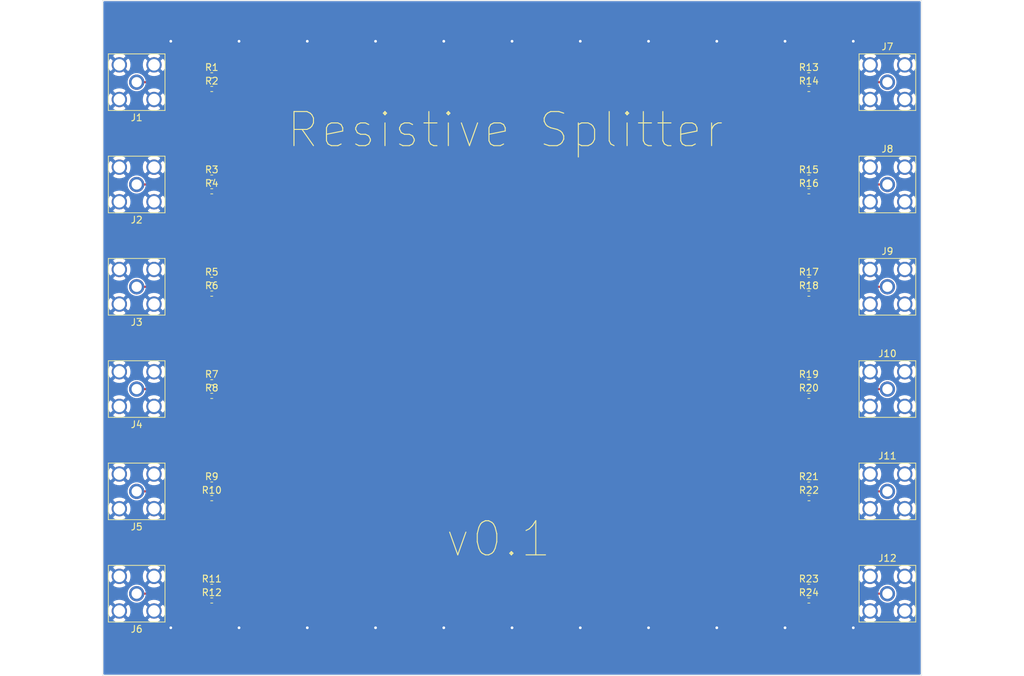
<source format=kicad_pcb>
(kicad_pcb (version 20171130) (host pcbnew 5.1.10)
  (layers (0 F.Cu signal) (1 In1.Cu signal) (2 In2.Cu signal) (31 B.Cu signal) (34 B.Paste user) (35 F.Paste user) (36 B.SilkS user) (37 F.SilkS user) (38 B.Mask user) (39 F.Mask user) (44 Edge.Cuts user))
  (net 0 "")
  (net 1 "Net-(J1-Pad1)")
  (net 2 GND)
  (net 3 "Net-(J2-Pad1)")
  (net 4 "Net-(J3-Pad1)")
  (net 5 "Net-(J4-Pad1)")
  (net 6 "Net-(J5-Pad1)")
  (net 7 "Net-(J6-Pad1)")
  (net 8 "Net-(J7-Pad1)")
  (net 9 "Net-(J8-Pad1)")
  (net 10 "Net-(J9-Pad1)")
  (net 11 "Net-(J10-Pad1)")
  (net 12 "Net-(J11-Pad1)")
  (net 13 "Net-(J12-Pad1)")
  (net 14 "Net-(R1-Pad2)")
  (module Resistor_SMD:R_0402_1005Metric (layer F.Cu) (at 163.49 139)
    (fp_text reference R24 (at 0 -1.17) (layer F.SilkS))
    (fp_text value 82)
    (fp_line (start -0.153641 -0.38) (end 0.153641 -0.38) (layer F.SilkS) (width 0.12))
    (fp_line (start -0.153641 0.38) (end 0.153641 0.38) (layer F.SilkS) (width 0.12))
    (pad 2 smd roundrect (at 0.51 0) (size 0.54 0.64) (layers F.Cu F.Paste F.Mask) (net 13 "Net-(J12-Pad1)"))
    (pad 1 smd roundrect (at -0.51 0) (size 0.54 0.64) (layers F.Cu F.Paste F.Mask) (net 14 "Net-(R1-Pad2)"))
  )
  (module Resistor_SMD:R_0402_1005Metric (layer F.Cu) (at 163.49 137)
    (fp_text reference R23 (at 0 -1.17) (layer F.SilkS))
    (fp_text value 82)
    (fp_line (start -0.153641 -0.38) (end 0.153641 -0.38) (layer F.SilkS) (width 0.12))
    (fp_line (start -0.153641 0.38) (end 0.153641 0.38) (layer F.SilkS) (width 0.12))
    (pad 2 smd roundrect (at 0.51 0) (size 0.54 0.64) (layers F.Cu F.Paste F.Mask) (net 13 "Net-(J12-Pad1)"))
    (pad 1 smd roundrect (at -0.51 0) (size 0.54 0.64) (layers F.Cu F.Paste F.Mask) (net 14 "Net-(R1-Pad2)"))
  )
  (module Resistor_SMD:R_0402_1005Metric (layer F.Cu) (at 163.51 124)
    (fp_text reference R22 (at 0 -1.17) (layer F.SilkS))
    (fp_text value 82)
    (fp_line (start -0.153641 -0.38) (end 0.153641 -0.38) (layer F.SilkS) (width 0.12))
    (fp_line (start -0.153641 0.38) (end 0.153641 0.38) (layer F.SilkS) (width 0.12))
    (pad 2 smd roundrect (at 0.51 0) (size 0.54 0.64) (layers F.Cu F.Paste F.Mask) (net 12 "Net-(J11-Pad1)"))
    (pad 1 smd roundrect (at -0.51 0) (size 0.54 0.64) (layers F.Cu F.Paste F.Mask) (net 14 "Net-(R1-Pad2)"))
  )
  (module Resistor_SMD:R_0402_1005Metric (layer F.Cu) (at 163.49 122)
    (fp_text reference R21 (at 0 -1.17) (layer F.SilkS))
    (fp_text value 82)
    (fp_line (start -0.153641 -0.38) (end 0.153641 -0.38) (layer F.SilkS) (width 0.12))
    (fp_line (start -0.153641 0.38) (end 0.153641 0.38) (layer F.SilkS) (width 0.12))
    (pad 2 smd roundrect (at 0.51 0) (size 0.54 0.64) (layers F.Cu F.Paste F.Mask) (net 12 "Net-(J11-Pad1)"))
    (pad 1 smd roundrect (at -0.51 0) (size 0.54 0.64) (layers F.Cu F.Paste F.Mask) (net 14 "Net-(R1-Pad2)"))
  )
  (module Resistor_SMD:R_0402_1005Metric (layer F.Cu) (at 163.49 109)
    (fp_text reference R20 (at 0 -1.17) (layer F.SilkS))
    (fp_text value 82)
    (fp_line (start -0.153641 -0.38) (end 0.153641 -0.38) (layer F.SilkS) (width 0.12))
    (fp_line (start -0.153641 0.38) (end 0.153641 0.38) (layer F.SilkS) (width 0.12))
    (pad 2 smd roundrect (at 0.51 0) (size 0.54 0.64) (layers F.Cu F.Paste F.Mask) (net 11 "Net-(J10-Pad1)"))
    (pad 1 smd roundrect (at -0.51 0) (size 0.54 0.64) (layers F.Cu F.Paste F.Mask) (net 14 "Net-(R1-Pad2)"))
  )
  (module Resistor_SMD:R_0402_1005Metric (layer F.Cu) (at 163.49 107)
    (fp_text reference R19 (at 0 -1.17) (layer F.SilkS))
    (fp_text value 82)
    (fp_line (start -0.153641 -0.38) (end 0.153641 -0.38) (layer F.SilkS) (width 0.12))
    (fp_line (start -0.153641 0.38) (end 0.153641 0.38) (layer F.SilkS) (width 0.12))
    (pad 2 smd roundrect (at 0.51 0) (size 0.54 0.64) (layers F.Cu F.Paste F.Mask) (net 11 "Net-(J10-Pad1)"))
    (pad 1 smd roundrect (at -0.51 0) (size 0.54 0.64) (layers F.Cu F.Paste F.Mask) (net 14 "Net-(R1-Pad2)"))
  )
  (module Resistor_SMD:R_0402_1005Metric (layer F.Cu) (at 163.49 94)
    (fp_text reference R18 (at 0 -1.17) (layer F.SilkS))
    (fp_text value 82)
    (fp_line (start -0.153641 -0.38) (end 0.153641 -0.38) (layer F.SilkS) (width 0.12))
    (fp_line (start -0.153641 0.38) (end 0.153641 0.38) (layer F.SilkS) (width 0.12))
    (pad 2 smd roundrect (at 0.51 0) (size 0.54 0.64) (layers F.Cu F.Paste F.Mask) (net 10 "Net-(J9-Pad1)"))
    (pad 1 smd roundrect (at -0.51 0) (size 0.54 0.64) (layers F.Cu F.Paste F.Mask) (net 14 "Net-(R1-Pad2)"))
  )
  (module Resistor_SMD:R_0402_1005Metric (layer F.Cu) (at 163.49 92)
    (fp_text reference R17 (at 0 -1.17) (layer F.SilkS))
    (fp_text value 82)
    (fp_line (start -0.153641 -0.38) (end 0.153641 -0.38) (layer F.SilkS) (width 0.12))
    (fp_line (start -0.153641 0.38) (end 0.153641 0.38) (layer F.SilkS) (width 0.12))
    (pad 2 smd roundrect (at 0.51 0) (size 0.54 0.64) (layers F.Cu F.Paste F.Mask) (net 10 "Net-(J9-Pad1)"))
    (pad 1 smd roundrect (at -0.51 0) (size 0.54 0.64) (layers F.Cu F.Paste F.Mask) (net 14 "Net-(R1-Pad2)"))
  )
  (module Resistor_SMD:R_0402_1005Metric (layer F.Cu) (at 163.49 79)
    (fp_text reference R16 (at 0 -1.17) (layer F.SilkS))
    (fp_text value 82)
    (fp_line (start -0.153641 -0.38) (end 0.153641 -0.38) (layer F.SilkS) (width 0.12))
    (fp_line (start -0.153641 0.38) (end 0.153641 0.38) (layer F.SilkS) (width 0.12))
    (pad 2 smd roundrect (at 0.51 0) (size 0.54 0.64) (layers F.Cu F.Paste F.Mask) (net 9 "Net-(J8-Pad1)"))
    (pad 1 smd roundrect (at -0.51 0) (size 0.54 0.64) (layers F.Cu F.Paste F.Mask) (net 14 "Net-(R1-Pad2)"))
  )
  (module Resistor_SMD:R_0402_1005Metric (layer F.Cu) (at 163.49 77)
    (fp_text reference R15 (at 0 -1.17) (layer F.SilkS))
    (fp_text value 82)
    (fp_line (start -0.153641 -0.38) (end 0.153641 -0.38) (layer F.SilkS) (width 0.12))
    (fp_line (start -0.153641 0.38) (end 0.153641 0.38) (layer F.SilkS) (width 0.12))
    (pad 2 smd roundrect (at 0.51 0) (size 0.54 0.64) (layers F.Cu F.Paste F.Mask) (net 9 "Net-(J8-Pad1)"))
    (pad 1 smd roundrect (at -0.51 0) (size 0.54 0.64) (layers F.Cu F.Paste F.Mask) (net 14 "Net-(R1-Pad2)"))
  )
  (module Resistor_SMD:R_0402_1005Metric (layer F.Cu) (at 163.49 64)
    (fp_text reference R14 (at 0 -1.17) (layer F.SilkS))
    (fp_text value 82)
    (fp_line (start -0.153641 -0.38) (end 0.153641 -0.38) (layer F.SilkS) (width 0.12))
    (fp_line (start -0.153641 0.38) (end 0.153641 0.38) (layer F.SilkS) (width 0.12))
    (pad 2 smd roundrect (at 0.51 0) (size 0.54 0.64) (layers F.Cu F.Paste F.Mask) (net 8 "Net-(J7-Pad1)"))
    (pad 1 smd roundrect (at -0.51 0) (size 0.54 0.64) (layers F.Cu F.Paste F.Mask) (net 14 "Net-(R1-Pad2)"))
  )
  (module Resistor_SMD:R_0402_1005Metric (layer F.Cu) (at 163.49 62)
    (fp_text reference R13 (at 0 -1.17) (layer F.SilkS))
    (fp_text value 82)
    (fp_line (start -0.153641 -0.38) (end 0.153641 -0.38) (layer F.SilkS) (width 0.12))
    (fp_line (start -0.153641 0.38) (end 0.153641 0.38) (layer F.SilkS) (width 0.12))
    (pad 2 smd roundrect (at 0.51 0) (size 0.54 0.64) (layers F.Cu F.Paste F.Mask) (net 8 "Net-(J7-Pad1)"))
    (pad 1 smd roundrect (at -0.51 0) (size 0.54 0.64) (layers F.Cu F.Paste F.Mask) (net 14 "Net-(R1-Pad2)"))
  )
  (module Resistor_SMD:R_0402_1005Metric (layer F.Cu) (at 76 139)
    (fp_text reference R12 (at 0 -1.17) (layer F.SilkS))
    (fp_text value 82)
    (fp_line (start -0.153641 -0.38) (end 0.153641 -0.38) (layer F.SilkS) (width 0.12))
    (fp_line (start -0.153641 0.38) (end 0.153641 0.38) (layer F.SilkS) (width 0.12))
    (pad 2 smd roundrect (at 0.51 0) (size 0.54 0.64) (layers F.Cu F.Paste F.Mask) (net 14 "Net-(R1-Pad2)"))
    (pad 1 smd roundrect (at -0.51 0) (size 0.54 0.64) (layers F.Cu F.Paste F.Mask) (net 7 "Net-(J6-Pad1)"))
  )
  (module Resistor_SMD:R_0402_1005Metric (layer F.Cu) (at 76 137)
    (fp_text reference R11 (at 0 -1.17) (layer F.SilkS))
    (fp_text value 82)
    (fp_line (start -0.153641 -0.38) (end 0.153641 -0.38) (layer F.SilkS) (width 0.12))
    (fp_line (start -0.153641 0.38) (end 0.153641 0.38) (layer F.SilkS) (width 0.12))
    (pad 2 smd roundrect (at 0.51 0) (size 0.54 0.64) (layers F.Cu F.Paste F.Mask) (net 14 "Net-(R1-Pad2)"))
    (pad 1 smd roundrect (at -0.51 0) (size 0.54 0.64) (layers F.Cu F.Paste F.Mask) (net 7 "Net-(J6-Pad1)"))
  )
  (module Resistor_SMD:R_0402_1005Metric (layer F.Cu) (at 76 124)
    (fp_text reference R10 (at 0 -1.17) (layer F.SilkS))
    (fp_text value 82)
    (fp_line (start -0.153641 -0.38) (end 0.153641 -0.38) (layer F.SilkS) (width 0.12))
    (fp_line (start -0.153641 0.38) (end 0.153641 0.38) (layer F.SilkS) (width 0.12))
    (pad 2 smd roundrect (at 0.51 0) (size 0.54 0.64) (layers F.Cu F.Paste F.Mask) (net 14 "Net-(R1-Pad2)"))
    (pad 1 smd roundrect (at -0.51 0) (size 0.54 0.64) (layers F.Cu F.Paste F.Mask) (net 6 "Net-(J5-Pad1)"))
  )
  (module Resistor_SMD:R_0402_1005Metric (layer F.Cu) (at 76 122)
    (fp_text reference R9 (at 0 -1.17) (layer F.SilkS))
    (fp_text value 82)
    (fp_line (start -0.153641 -0.38) (end 0.153641 -0.38) (layer F.SilkS) (width 0.12))
    (fp_line (start -0.153641 0.38) (end 0.153641 0.38) (layer F.SilkS) (width 0.12))
    (pad 2 smd roundrect (at 0.51 0) (size 0.54 0.64) (layers F.Cu F.Paste F.Mask) (net 14 "Net-(R1-Pad2)"))
    (pad 1 smd roundrect (at -0.51 0) (size 0.54 0.64) (layers F.Cu F.Paste F.Mask) (net 6 "Net-(J5-Pad1)"))
  )
  (module Resistor_SMD:R_0402_1005Metric (layer F.Cu) (at 76 109)
    (fp_text reference R8 (at 0 -1.17) (layer F.SilkS))
    (fp_text value 82)
    (fp_line (start -0.153641 -0.38) (end 0.153641 -0.38) (layer F.SilkS) (width 0.12))
    (fp_line (start -0.153641 0.38) (end 0.153641 0.38) (layer F.SilkS) (width 0.12))
    (pad 2 smd roundrect (at 0.51 0) (size 0.54 0.64) (layers F.Cu F.Paste F.Mask) (net 14 "Net-(R1-Pad2)"))
    (pad 1 smd roundrect (at -0.51 0) (size 0.54 0.64) (layers F.Cu F.Paste F.Mask) (net 5 "Net-(J4-Pad1)"))
  )
  (module Resistor_SMD:R_0402_1005Metric (layer F.Cu) (at 76 107)
    (fp_text reference R7 (at 0 -1.17) (layer F.SilkS))
    (fp_text value 82)
    (fp_line (start -0.153641 -0.38) (end 0.153641 -0.38) (layer F.SilkS) (width 0.12))
    (fp_line (start -0.153641 0.38) (end 0.153641 0.38) (layer F.SilkS) (width 0.12))
    (pad 2 smd roundrect (at 0.51 0) (size 0.54 0.64) (layers F.Cu F.Paste F.Mask) (net 14 "Net-(R1-Pad2)"))
    (pad 1 smd roundrect (at -0.51 0) (size 0.54 0.64) (layers F.Cu F.Paste F.Mask) (net 5 "Net-(J4-Pad1)"))
  )
  (module Resistor_SMD:R_0402_1005Metric (layer F.Cu) (at 76 94)
    (fp_text reference R6 (at 0 -1.17) (layer F.SilkS))
    (fp_text value 82)
    (fp_line (start -0.153641 -0.38) (end 0.153641 -0.38) (layer F.SilkS) (width 0.12))
    (fp_line (start -0.153641 0.38) (end 0.153641 0.38) (layer F.SilkS) (width 0.12))
    (pad 2 smd roundrect (at 0.51 0) (size 0.54 0.64) (layers F.Cu F.Paste F.Mask) (net 14 "Net-(R1-Pad2)"))
    (pad 1 smd roundrect (at -0.51 0) (size 0.54 0.64) (layers F.Cu F.Paste F.Mask) (net 4 "Net-(J3-Pad1)"))
  )
  (module Resistor_SMD:R_0402_1005Metric (layer F.Cu) (at 76 92)
    (fp_text reference R5 (at 0 -1.17) (layer F.SilkS))
    (fp_text value 82)
    (fp_line (start -0.153641 -0.38) (end 0.153641 -0.38) (layer F.SilkS) (width 0.12))
    (fp_line (start -0.153641 0.38) (end 0.153641 0.38) (layer F.SilkS) (width 0.12))
    (pad 2 smd roundrect (at 0.51 0) (size 0.54 0.64) (layers F.Cu F.Paste F.Mask) (net 14 "Net-(R1-Pad2)"))
    (pad 1 smd roundrect (at -0.51 0) (size 0.54 0.64) (layers F.Cu F.Paste F.Mask) (net 4 "Net-(J3-Pad1)"))
  )
  (module Resistor_SMD:R_0402_1005Metric (layer F.Cu) (at 76 79)
    (fp_text reference R4 (at 0 -1.17) (layer F.SilkS))
    (fp_text value 82)
    (fp_line (start -0.153641 -0.38) (end 0.153641 -0.38) (layer F.SilkS) (width 0.12))
    (fp_line (start -0.153641 0.38) (end 0.153641 0.38) (layer F.SilkS) (width 0.12))
    (pad 2 smd roundrect (at 0.51 0) (size 0.54 0.64) (layers F.Cu F.Paste F.Mask) (net 14 "Net-(R1-Pad2)"))
    (pad 1 smd roundrect (at -0.51 0) (size 0.54 0.64) (layers F.Cu F.Paste F.Mask) (net 3 "Net-(J2-Pad1)"))
  )
  (module Resistor_SMD:R_0402_1005Metric (layer F.Cu) (at 76 77)
    (fp_text reference R3 (at 0 -1.17) (layer F.SilkS))
    (fp_text value 82)
    (fp_line (start -0.153641 -0.38) (end 0.153641 -0.38) (layer F.SilkS) (width 0.12))
    (fp_line (start -0.153641 0.38) (end 0.153641 0.38) (layer F.SilkS) (width 0.12))
    (pad 2 smd roundrect (at 0.51 0) (size 0.54 0.64) (layers F.Cu F.Paste F.Mask) (net 14 "Net-(R1-Pad2)"))
    (pad 1 smd roundrect (at -0.51 0) (size 0.54 0.64) (layers F.Cu F.Paste F.Mask) (net 3 "Net-(J2-Pad1)"))
  )
  (module Resistor_SMD:R_0402_1005Metric (layer F.Cu) (at 76 64)
    (fp_text reference R2 (at 0 -1.17) (layer F.SilkS))
    (fp_text value 82)
    (fp_line (start -0.153641 -0.38) (end 0.153641 -0.38) (layer F.SilkS) (width 0.12))
    (fp_line (start -0.153641 0.38) (end 0.153641 0.38) (layer F.SilkS) (width 0.12))
    (pad 2 smd roundrect (at 0.51 0) (size 0.54 0.64) (layers F.Cu F.Paste F.Mask) (net 14 "Net-(R1-Pad2)"))
    (pad 1 smd roundrect (at -0.51 0) (size 0.54 0.64) (layers F.Cu F.Paste F.Mask) (net 1 "Net-(J1-Pad1)"))
  )
  (module Resistor_SMD:R_0402_1005Metric (layer F.Cu) (at 76 62)
    (fp_text reference R1 (at 0 -1.17) (layer F.SilkS))
    (fp_text value 82)
    (fp_line (start -0.153641 -0.38) (end 0.153641 -0.38) (layer F.SilkS) (width 0.12))
    (fp_line (start -0.153641 0.38) (end 0.153641 0.38) (layer F.SilkS) (width 0.12))
    (pad 2 smd roundrect (at 0.51 0) (size 0.54 0.64) (layers F.Cu F.Paste F.Mask) (net 14 "Net-(R1-Pad2)"))
    (pad 1 smd roundrect (at -0.51 0) (size 0.54 0.64) (layers F.Cu F.Paste F.Mask) (net 1 "Net-(J1-Pad1)"))
  )
  (module Connector_Coaxial:SMA_Amphenol_132203-12_Horizontal (layer F.Cu) (at 175 138 270)
    (fp_text reference J12 (at -5.2 0) (layer F.SilkS))
    (fp_text value Conn_01x02)
    (fp_line (start -4.15 -4.15) (end 4.15 -4.15) (layer F.SilkS) (width 0.12))
    (fp_line (start -4.15 4.15) (end 4.15 4.15) (layer F.SilkS) (width 0.12))
    (fp_line (start 4.15 -4.15) (end 4.15 4.15) (layer F.SilkS) (width 0.12))
    (fp_line (start -4.15 -4.15) (end -4.15 4.15) (layer F.SilkS) (width 0.12))
    (pad 1 thru_hole circle (at 0 0 270) (size 2.25 2.25) (drill 1.5) (layers *.Cu *.Mask) (net 13 "Net-(J12-Pad1)"))
    (pad 2 thru_hole circle (at 2.54 2.54) (size 2.25 2.25) (drill 1.7) (layers *.Cu *.Mask) (net 2 GND))
    (pad 2 thru_hole circle (at 2.54 -2.54 270) (size 2.25 2.25) (drill 1.7) (layers *.Cu *.Mask) (net 2 GND))
    (pad 2 thru_hole circle (at -2.54 -2.54 270) (size 2.25 2.25) (drill 1.7) (layers *.Cu *.Mask) (net 2 GND))
    (pad 2 thru_hole circle (at -2.54 2.54 270) (size 2.25 2.25) (drill 1.7) (layers *.Cu *.Mask) (net 2 GND))
  )
  (module Connector_Coaxial:SMA_Amphenol_132203-12_Horizontal (layer F.Cu) (at 175 123 270)
    (fp_text reference J11 (at -5.2 0) (layer F.SilkS))
    (fp_text value Conn_01x02)
    (fp_line (start -4.15 -4.15) (end 4.15 -4.15) (layer F.SilkS) (width 0.12))
    (fp_line (start -4.15 4.15) (end 4.15 4.15) (layer F.SilkS) (width 0.12))
    (fp_line (start 4.15 -4.15) (end 4.15 4.15) (layer F.SilkS) (width 0.12))
    (fp_line (start -4.15 -4.15) (end -4.15 4.15) (layer F.SilkS) (width 0.12))
    (pad 1 thru_hole circle (at 0 0 270) (size 2.25 2.25) (drill 1.5) (layers *.Cu *.Mask) (net 12 "Net-(J11-Pad1)"))
    (pad 2 thru_hole circle (at 2.54 2.54) (size 2.25 2.25) (drill 1.7) (layers *.Cu *.Mask) (net 2 GND))
    (pad 2 thru_hole circle (at 2.54 -2.54 270) (size 2.25 2.25) (drill 1.7) (layers *.Cu *.Mask) (net 2 GND))
    (pad 2 thru_hole circle (at -2.54 -2.54 270) (size 2.25 2.25) (drill 1.7) (layers *.Cu *.Mask) (net 2 GND))
    (pad 2 thru_hole circle (at -2.54 2.54 270) (size 2.25 2.25) (drill 1.7) (layers *.Cu *.Mask) (net 2 GND))
  )
  (module Connector_Coaxial:SMA_Amphenol_132203-12_Horizontal (layer F.Cu) (at 175 108 270)
    (fp_text reference J10 (at -5.2 0) (layer F.SilkS))
    (fp_text value Conn_01x02)
    (fp_line (start -4.15 -4.15) (end 4.15 -4.15) (layer F.SilkS) (width 0.12))
    (fp_line (start -4.15 4.15) (end 4.15 4.15) (layer F.SilkS) (width 0.12))
    (fp_line (start 4.15 -4.15) (end 4.15 4.15) (layer F.SilkS) (width 0.12))
    (fp_line (start -4.15 -4.15) (end -4.15 4.15) (layer F.SilkS) (width 0.12))
    (pad 1 thru_hole circle (at 0 0 270) (size 2.25 2.25) (drill 1.5) (layers *.Cu *.Mask) (net 11 "Net-(J10-Pad1)"))
    (pad 2 thru_hole circle (at 2.54 2.54) (size 2.25 2.25) (drill 1.7) (layers *.Cu *.Mask) (net 2 GND))
    (pad 2 thru_hole circle (at 2.54 -2.54 270) (size 2.25 2.25) (drill 1.7) (layers *.Cu *.Mask) (net 2 GND))
    (pad 2 thru_hole circle (at -2.54 -2.54 270) (size 2.25 2.25) (drill 1.7) (layers *.Cu *.Mask) (net 2 GND))
    (pad 2 thru_hole circle (at -2.54 2.54 270) (size 2.25 2.25) (drill 1.7) (layers *.Cu *.Mask) (net 2 GND))
  )
  (module Connector_Coaxial:SMA_Amphenol_132203-12_Horizontal (layer F.Cu) (at 175 93 270)
    (fp_text reference J9 (at -5.2 0) (layer F.SilkS))
    (fp_text value Conn_01x02)
    (fp_line (start -4.15 -4.15) (end 4.15 -4.15) (layer F.SilkS) (width 0.12))
    (fp_line (start -4.15 4.15) (end 4.15 4.15) (layer F.SilkS) (width 0.12))
    (fp_line (start 4.15 -4.15) (end 4.15 4.15) (layer F.SilkS) (width 0.12))
    (fp_line (start -4.15 -4.15) (end -4.15 4.15) (layer F.SilkS) (width 0.12))
    (pad 1 thru_hole circle (at 0 0 270) (size 2.25 2.25) (drill 1.5) (layers *.Cu *.Mask) (net 10 "Net-(J9-Pad1)"))
    (pad 2 thru_hole circle (at 2.54 2.54) (size 2.25 2.25) (drill 1.7) (layers *.Cu *.Mask) (net 2 GND))
    (pad 2 thru_hole circle (at 2.54 -2.54 270) (size 2.25 2.25) (drill 1.7) (layers *.Cu *.Mask) (net 2 GND))
    (pad 2 thru_hole circle (at -2.54 -2.54 270) (size 2.25 2.25) (drill 1.7) (layers *.Cu *.Mask) (net 2 GND))
    (pad 2 thru_hole circle (at -2.54 2.54 270) (size 2.25 2.25) (drill 1.7) (layers *.Cu *.Mask) (net 2 GND))
  )
  (module Connector_Coaxial:SMA_Amphenol_132203-12_Horizontal (layer F.Cu) (at 175 78 270)
    (fp_text reference J8 (at -5.2 0) (layer F.SilkS))
    (fp_text value Conn_01x02)
    (fp_line (start -4.15 -4.15) (end 4.15 -4.15) (layer F.SilkS) (width 0.12))
    (fp_line (start -4.15 4.15) (end 4.15 4.15) (layer F.SilkS) (width 0.12))
    (fp_line (start 4.15 -4.15) (end 4.15 4.15) (layer F.SilkS) (width 0.12))
    (fp_line (start -4.15 -4.15) (end -4.15 4.15) (layer F.SilkS) (width 0.12))
    (pad 1 thru_hole circle (at 0 0 270) (size 2.25 2.25) (drill 1.5) (layers *.Cu *.Mask) (net 9 "Net-(J8-Pad1)"))
    (pad 2 thru_hole circle (at 2.54 2.54) (size 2.25 2.25) (drill 1.7) (layers *.Cu *.Mask) (net 2 GND))
    (pad 2 thru_hole circle (at 2.54 -2.54 270) (size 2.25 2.25) (drill 1.7) (layers *.Cu *.Mask) (net 2 GND))
    (pad 2 thru_hole circle (at -2.54 -2.54 270) (size 2.25 2.25) (drill 1.7) (layers *.Cu *.Mask) (net 2 GND))
    (pad 2 thru_hole circle (at -2.54 2.54 270) (size 2.25 2.25) (drill 1.7) (layers *.Cu *.Mask) (net 2 GND))
  )
  (module Connector_Coaxial:SMA_Amphenol_132203-12_Horizontal (layer F.Cu) (at 175 63 270)
    (fp_text reference J7 (at -5.2 0) (layer F.SilkS))
    (fp_text value Conn_01x02)
    (fp_line (start -4.15 -4.15) (end 4.15 -4.15) (layer F.SilkS) (width 0.12))
    (fp_line (start -4.15 4.15) (end 4.15 4.15) (layer F.SilkS) (width 0.12))
    (fp_line (start 4.15 -4.15) (end 4.15 4.15) (layer F.SilkS) (width 0.12))
    (fp_line (start -4.15 -4.15) (end -4.15 4.15) (layer F.SilkS) (width 0.12))
    (pad 1 thru_hole circle (at 0 0 270) (size 2.25 2.25) (drill 1.5) (layers *.Cu *.Mask) (net 8 "Net-(J7-Pad1)"))
    (pad 2 thru_hole circle (at 2.54 2.54) (size 2.25 2.25) (drill 1.7) (layers *.Cu *.Mask) (net 2 GND))
    (pad 2 thru_hole circle (at 2.54 -2.54 270) (size 2.25 2.25) (drill 1.7) (layers *.Cu *.Mask) (net 2 GND))
    (pad 2 thru_hole circle (at -2.54 -2.54 270) (size 2.25 2.25) (drill 1.7) (layers *.Cu *.Mask) (net 2 GND))
    (pad 2 thru_hole circle (at -2.54 2.54 270) (size 2.25 2.25) (drill 1.7) (layers *.Cu *.Mask) (net 2 GND))
  )
  (module Connector_Coaxial:SMA_Amphenol_132203-12_Horizontal (layer F.Cu) (at 65 138 90)
    (fp_text reference J6 (at -5.2 0) (layer F.SilkS))
    (fp_text value Conn_01x02)
    (fp_line (start -4.15 -4.15) (end 4.15 -4.15) (layer F.SilkS) (width 0.12))
    (fp_line (start -4.15 4.15) (end 4.15 4.15) (layer F.SilkS) (width 0.12))
    (fp_line (start 4.15 -4.15) (end 4.15 4.15) (layer F.SilkS) (width 0.12))
    (fp_line (start -4.15 -4.15) (end -4.15 4.15) (layer F.SilkS) (width 0.12))
    (pad 1 thru_hole circle (at 0 0 90) (size 2.25 2.25) (drill 1.5) (layers *.Cu *.Mask) (net 7 "Net-(J6-Pad1)"))
    (pad 2 thru_hole circle (at 2.54 2.54 180) (size 2.25 2.25) (drill 1.7) (layers *.Cu *.Mask) (net 2 GND))
    (pad 2 thru_hole circle (at 2.54 -2.54 90) (size 2.25 2.25) (drill 1.7) (layers *.Cu *.Mask) (net 2 GND))
    (pad 2 thru_hole circle (at -2.54 -2.54 90) (size 2.25 2.25) (drill 1.7) (layers *.Cu *.Mask) (net 2 GND))
    (pad 2 thru_hole circle (at -2.54 2.54 90) (size 2.25 2.25) (drill 1.7) (layers *.Cu *.Mask) (net 2 GND))
  )
  (module Connector_Coaxial:SMA_Amphenol_132203-12_Horizontal (layer F.Cu) (at 65 123 90)
    (fp_text reference J5 (at -5.2 0) (layer F.SilkS))
    (fp_text value Conn_01x02)
    (fp_line (start -4.15 -4.15) (end 4.15 -4.15) (layer F.SilkS) (width 0.12))
    (fp_line (start -4.15 4.15) (end 4.15 4.15) (layer F.SilkS) (width 0.12))
    (fp_line (start 4.15 -4.15) (end 4.15 4.15) (layer F.SilkS) (width 0.12))
    (fp_line (start -4.15 -4.15) (end -4.15 4.15) (layer F.SilkS) (width 0.12))
    (pad 1 thru_hole circle (at 0 0 90) (size 2.25 2.25) (drill 1.5) (layers *.Cu *.Mask) (net 6 "Net-(J5-Pad1)"))
    (pad 2 thru_hole circle (at 2.54 2.54 180) (size 2.25 2.25) (drill 1.7) (layers *.Cu *.Mask) (net 2 GND))
    (pad 2 thru_hole circle (at 2.54 -2.54 90) (size 2.25 2.25) (drill 1.7) (layers *.Cu *.Mask) (net 2 GND))
    (pad 2 thru_hole circle (at -2.54 -2.54 90) (size 2.25 2.25) (drill 1.7) (layers *.Cu *.Mask) (net 2 GND))
    (pad 2 thru_hole circle (at -2.54 2.54 90) (size 2.25 2.25) (drill 1.7) (layers *.Cu *.Mask) (net 2 GND))
  )
  (module Connector_Coaxial:SMA_Amphenol_132203-12_Horizontal (layer F.Cu) (at 65 108 90)
    (fp_text reference J4 (at -5.2 0) (layer F.SilkS))
    (fp_text value Conn_01x02)
    (fp_line (start -4.15 -4.15) (end 4.15 -4.15) (layer F.SilkS) (width 0.12))
    (fp_line (start -4.15 4.15) (end 4.15 4.15) (layer F.SilkS) (width 0.12))
    (fp_line (start 4.15 -4.15) (end 4.15 4.15) (layer F.SilkS) (width 0.12))
    (fp_line (start -4.15 -4.15) (end -4.15 4.15) (layer F.SilkS) (width 0.12))
    (pad 1 thru_hole circle (at 0 0 90) (size 2.25 2.25) (drill 1.5) (layers *.Cu *.Mask) (net 5 "Net-(J4-Pad1)"))
    (pad 2 thru_hole circle (at 2.54 2.54 180) (size 2.25 2.25) (drill 1.7) (layers *.Cu *.Mask) (net 2 GND))
    (pad 2 thru_hole circle (at 2.54 -2.54 90) (size 2.25 2.25) (drill 1.7) (layers *.Cu *.Mask) (net 2 GND))
    (pad 2 thru_hole circle (at -2.54 -2.54 90) (size 2.25 2.25) (drill 1.7) (layers *.Cu *.Mask) (net 2 GND))
    (pad 2 thru_hole circle (at -2.54 2.54 90) (size 2.25 2.25) (drill 1.7) (layers *.Cu *.Mask) (net 2 GND))
  )
  (module Connector_Coaxial:SMA_Amphenol_132203-12_Horizontal (layer F.Cu) (at 65 93 90)
    (fp_text reference J3 (at -5.2 0) (layer F.SilkS))
    (fp_text value Conn_01x02)
    (fp_line (start -4.15 -4.15) (end 4.15 -4.15) (layer F.SilkS) (width 0.12))
    (fp_line (start -4.15 4.15) (end 4.15 4.15) (layer F.SilkS) (width 0.12))
    (fp_line (start 4.15 -4.15) (end 4.15 4.15) (layer F.SilkS) (width 0.12))
    (fp_line (start -4.15 -4.15) (end -4.15 4.15) (layer F.SilkS) (width 0.12))
    (pad 1 thru_hole circle (at 0 0 90) (size 2.25 2.25) (drill 1.5) (layers *.Cu *.Mask) (net 4 "Net-(J3-Pad1)"))
    (pad 2 thru_hole circle (at 2.54 2.54 180) (size 2.25 2.25) (drill 1.7) (layers *.Cu *.Mask) (net 2 GND))
    (pad 2 thru_hole circle (at 2.54 -2.54 90) (size 2.25 2.25) (drill 1.7) (layers *.Cu *.Mask) (net 2 GND))
    (pad 2 thru_hole circle (at -2.54 -2.54 90) (size 2.25 2.25) (drill 1.7) (layers *.Cu *.Mask) (net 2 GND))
    (pad 2 thru_hole circle (at -2.54 2.54 90) (size 2.25 2.25) (drill 1.7) (layers *.Cu *.Mask) (net 2 GND))
  )
  (module Connector_Coaxial:SMA_Amphenol_132203-12_Horizontal (layer F.Cu) (at 65 78 90)
    (fp_text reference J2 (at -5.2 0) (layer F.SilkS))
    (fp_text value Conn_01x02)
    (fp_line (start -4.15 -4.15) (end 4.15 -4.15) (layer F.SilkS) (width 0.12))
    (fp_line (start -4.15 4.15) (end 4.15 4.15) (layer F.SilkS) (width 0.12))
    (fp_line (start 4.15 -4.15) (end 4.15 4.15) (layer F.SilkS) (width 0.12))
    (fp_line (start -4.15 -4.15) (end -4.15 4.15) (layer F.SilkS) (width 0.12))
    (pad 1 thru_hole circle (at 0 0 90) (size 2.25 2.25) (drill 1.5) (layers *.Cu *.Mask) (net 3 "Net-(J2-Pad1)"))
    (pad 2 thru_hole circle (at 2.54 2.54 180) (size 2.25 2.25) (drill 1.7) (layers *.Cu *.Mask) (net 2 GND))
    (pad 2 thru_hole circle (at 2.54 -2.54 90) (size 2.25 2.25) (drill 1.7) (layers *.Cu *.Mask) (net 2 GND))
    (pad 2 thru_hole circle (at -2.54 -2.54 90) (size 2.25 2.25) (drill 1.7) (layers *.Cu *.Mask) (net 2 GND))
    (pad 2 thru_hole circle (at -2.54 2.54 90) (size 2.25 2.25) (drill 1.7) (layers *.Cu *.Mask) (net 2 GND))
  )
  (module Connector_Coaxial:SMA_Amphenol_132203-12_Horizontal (layer F.Cu) (at 65 63 90)
    (fp_text reference J1 (at -5.2 0) (layer F.SilkS))
    (fp_text value Conn_01x02)
    (fp_line (start -4.15 -4.15) (end 4.15 -4.15) (layer F.SilkS) (width 0.12))
    (fp_line (start -4.15 4.15) (end 4.15 4.15) (layer F.SilkS) (width 0.12))
    (fp_line (start 4.15 -4.15) (end 4.15 4.15) (layer F.SilkS) (width 0.12))
    (fp_line (start -4.15 -4.15) (end -4.15 4.15) (layer F.SilkS) (width 0.12))
    (pad 1 thru_hole circle (at 0 0 90) (size 2.25 2.25) (drill 1.5) (layers *.Cu *.Mask) (net 1 "Net-(J1-Pad1)"))
    (pad 2 thru_hole circle (at 2.54 2.54 180) (size 2.25 2.25) (drill 1.7) (layers *.Cu *.Mask) (net 2 GND))
    (pad 2 thru_hole circle (at 2.54 -2.54 90) (size 2.25 2.25) (drill 1.7) (layers *.Cu *.Mask) (net 2 GND))
    (pad 2 thru_hole circle (at -2.54 -2.54 90) (size 2.25 2.25) (drill 1.7) (layers *.Cu *.Mask) (net 2 GND))
    (pad 2 thru_hole circle (at -2.54 2.54 90) (size 2.25 2.25) (drill 1.7) (layers *.Cu *.Mask) (net 2 GND))
  )
  (gr_text v0.1 (at 118 130) (layer F.SilkS) (effects (font (size 5 5))))
  (gr_text "Resistive Splitter" (at 119 70) (layer F.SilkS) (effects (font (size 5 5))))
  (gr_line (start 60 51) (end 60 150) (layer Edge.Cuts) (width 0.05))
  (gr_line (start 180 51) (end 60 51) (layer Edge.Cuts) (width 0.05))
  (gr_line (start 180 150) (end 180 51) (layer Edge.Cuts) (width 0.05))
  (gr_line (start 60 150) (end 180 150) (layer Edge.Cuts) (width 0.05))
  (segment (start 75 62) (end 75.49 62) (width 0.29337) (layer F.Cu) (net 1))
  (segment (start 74 63) (end 75 62) (width 0.29337) (layer F.Cu) (net 1))
  (segment (start 65 63) (end 74 63) (width 0.29337) (layer F.Cu) (net 1))
  (segment (start 74 63) (end 75 64) (width 0.29337) (layer F.Cu) (net 1))
  (segment (start 75 64) (end 75.49 64) (width 0.29337) (layer F.Cu) (net 1))
  (via (at 70 57) (size 0.8) (drill 0.4) (layers F.Cu B.Cu) (net 2))
  (via (at 80 57) (size 0.8) (drill 0.4) (layers F.Cu B.Cu) (net 2))
  (via (at 90 57) (size 0.8) (drill 0.4) (layers F.Cu B.Cu) (net 2))
  (via (at 100 57) (size 0.8) (drill 0.4) (layers F.Cu B.Cu) (net 2))
  (via (at 110 57) (size 0.8) (drill 0.4) (layers F.Cu B.Cu) (net 2))
  (via (at 120 57) (size 0.8) (drill 0.4) (layers F.Cu B.Cu) (net 2))
  (via (at 130 57) (size 0.8) (drill 0.4) (layers F.Cu B.Cu) (net 2))
  (via (at 140 57) (size 0.8) (drill 0.4) (layers F.Cu B.Cu) (net 2))
  (via (at 150 57) (size 0.8) (drill 0.4) (layers F.Cu B.Cu) (net 2))
  (via (at 160 57) (size 0.8) (drill 0.4) (layers F.Cu B.Cu) (net 2))
  (via (at 170 57) (size 0.8) (drill 0.4) (layers F.Cu B.Cu) (net 2))
  (via (at 70 143) (size 0.8) (drill 0.4) (layers F.Cu B.Cu) (net 2))
  (via (at 80 143) (size 0.8) (drill 0.4) (layers F.Cu B.Cu) (net 2))
  (via (at 90 143) (size 0.8) (drill 0.4) (layers F.Cu B.Cu) (net 2))
  (via (at 100 143) (size 0.8) (drill 0.4) (layers F.Cu B.Cu) (net 2))
  (via (at 110 143) (size 0.8) (drill 0.4) (layers F.Cu B.Cu) (net 2))
  (via (at 120 143) (size 0.8) (drill 0.4) (layers F.Cu B.Cu) (net 2))
  (via (at 130 143) (size 0.8) (drill 0.4) (layers F.Cu B.Cu) (net 2))
  (via (at 140 143) (size 0.8) (drill 0.4) (layers F.Cu B.Cu) (net 2))
  (via (at 150 143) (size 0.8) (drill 0.4) (layers F.Cu B.Cu) (net 2))
  (via (at 160 143) (size 0.8) (drill 0.4) (layers F.Cu B.Cu) (net 2))
  (via (at 170 143) (size 0.8) (drill 0.4) (layers F.Cu B.Cu) (net 2))
  (segment (start 65 78) (end 74 78) (width 0.29337) (layer F.Cu) (net 3))
  (segment (start 74 78) (end 75 77) (width 0.29337) (layer F.Cu) (net 3))
  (segment (start 75 77) (end 75.49 77) (width 0.29337) (layer F.Cu) (net 3))
  (segment (start 75.49 79) (end 75 79) (width 0.29337) (layer F.Cu) (net 3))
  (segment (start 75 79) (end 74 78) (width 0.29337) (layer F.Cu) (net 3))
  (segment (start 65 93) (end 74 93) (width 0.29337) (layer F.Cu) (net 4))
  (segment (start 74 93) (end 75 92) (width 0.29337) (layer F.Cu) (net 4))
  (segment (start 75 92) (end 75.49 92) (width 0.29337) (layer F.Cu) (net 4))
  (segment (start 74 93) (end 75 94) (width 0.29337) (layer F.Cu) (net 4))
  (segment (start 75 94) (end 75.49 94) (width 0.29337) (layer F.Cu) (net 4))
  (segment (start 65 108) (end 74 108) (width 0.29337) (layer F.Cu) (net 5))
  (segment (start 74 108) (end 75 107) (width 0.29337) (layer F.Cu) (net 5))
  (segment (start 75 107) (end 75.49 107) (width 0.29337) (layer F.Cu) (net 5))
  (segment (start 74 108) (end 75 109) (width 0.29337) (layer F.Cu) (net 5))
  (segment (start 75 109) (end 75.49 109) (width 0.29337) (layer F.Cu) (net 5))
  (segment (start 65 123) (end 74 123) (width 0.29337) (layer F.Cu) (net 6))
  (segment (start 75 122) (end 75.49 122) (width 0.29337) (layer F.Cu) (net 6))
  (segment (start 74 123) (end 75 122) (width 0.29337) (layer F.Cu) (net 6))
  (segment (start 74 123) (end 75 124) (width 0.29337) (layer F.Cu) (net 6))
  (segment (start 75 124) (end 75.49 124) (width 0.29337) (layer F.Cu) (net 6))
  (segment (start 75 137) (end 75.49 137) (width 0.29337) (layer F.Cu) (net 7))
  (segment (start 74 138) (end 75 137) (width 0.29337) (layer F.Cu) (net 7))
  (segment (start 65 138) (end 74 138) (width 0.29337) (layer F.Cu) (net 7))
  (segment (start 74 138) (end 75 139) (width 0.29337) (layer F.Cu) (net 7))
  (segment (start 75 139) (end 75.49 139) (width 0.29337) (layer F.Cu) (net 7))
  (segment (start 164 62) (end 165 62) (width 0.29337) (layer F.Cu) (net 8))
  (segment (start 165 62) (end 166 63) (width 0.29337) (layer F.Cu) (net 8))
  (segment (start 166 63) (end 175 63) (width 0.29337) (layer F.Cu) (net 8))
  (segment (start 166 63) (end 165 64) (width 0.29337) (layer F.Cu) (net 8))
  (segment (start 165 64) (end 164 64) (width 0.29337) (layer F.Cu) (net 8))
  (segment (start 175 78) (end 166 78) (width 0.29337) (layer F.Cu) (net 9))
  (segment (start 166 78) (end 165 77) (width 0.29337) (layer F.Cu) (net 9))
  (segment (start 165 77) (end 164 77) (width 0.29337) (layer F.Cu) (net 9))
  (segment (start 166 78) (end 165 79) (width 0.29337) (layer F.Cu) (net 9))
  (segment (start 165 79) (end 164 79) (width 0.29337) (layer F.Cu) (net 9))
  (segment (start 175 93) (end 166 93) (width 0.29337) (layer F.Cu) (net 10))
  (segment (start 165 92) (end 166 93) (width 0.29337) (layer F.Cu) (net 10))
  (segment (start 164 92) (end 165 92) (width 0.29337) (layer F.Cu) (net 10))
  (segment (start 166 93) (end 165 94) (width 0.29337) (layer F.Cu) (net 10))
  (segment (start 165 94) (end 164 94) (width 0.29337) (layer F.Cu) (net 10))
  (segment (start 175 108) (end 166 108) (width 0.29337) (layer F.Cu) (net 11))
  (segment (start 166 108) (end 165 107) (width 0.29337) (layer F.Cu) (net 11))
  (segment (start 165 107) (end 164 107) (width 0.29337) (layer F.Cu) (net 11))
  (segment (start 166 108) (end 165 109) (width 0.29337) (layer F.Cu) (net 11))
  (segment (start 165 109) (end 164 109) (width 0.29337) (layer F.Cu) (net 11))
  (segment (start 175 123) (end 166 123) (width 0.29337) (layer F.Cu) (net 12))
  (segment (start 166 123) (end 165 122) (width 0.29337) (layer F.Cu) (net 12))
  (segment (start 165 122) (end 164 122) (width 0.29337) (layer F.Cu) (net 12))
  (segment (start 166 123) (end 165 124) (width 0.29337) (layer F.Cu) (net 12))
  (segment (start 165 124) (end 164.02 124) (width 0.29337) (layer F.Cu) (net 12))
  (segment (start 175 138) (end 166 138) (width 0.29337) (layer F.Cu) (net 13))
  (segment (start 166 138) (end 165 137) (width 0.29337) (layer F.Cu) (net 13))
  (segment (start 165 137) (end 164 137) (width 0.29337) (layer F.Cu) (net 13))
  (segment (start 166 138) (end 165 139) (width 0.29337) (layer F.Cu) (net 13))
  (segment (start 165 139) (end 164 139) (width 0.29337) (layer F.Cu) (net 13))
  (segment (start 76.51 62) (end 77 62) (width 0.29337) (layer F.Cu) (net 14))
  (segment (start 162 62) (end 162.98 62) (width 0.29337) (layer F.Cu) (net 14))
  (segment (start 162.98 64) (end 162 64) (width 0.29337) (layer F.Cu) (net 14))
  (segment (start 77 137) (end 76.51 137) (width 0.29337) (layer F.Cu) (net 14))
  (segment (start 162 137) (end 162.98 137) (width 0.29337) (layer F.Cu) (net 14))
  (segment (start 162.98 139) (end 162 139) (width 0.29337) (layer F.Cu) (net 14))
  (segment (start 76.51 122) (end 77 122) (width 0.29337) (layer F.Cu) (net 14))
  (segment (start 77 124) (end 76.51 124) (width 0.29337) (layer F.Cu) (net 14))
  (segment (start 162 122) (end 162.98 122) (width 0.29337) (layer F.Cu) (net 14))
  (segment (start 163 124) (end 162 124) (width 0.29337) (layer F.Cu) (net 14))
  (segment (start 162.98 109) (end 162 109) (width 0.29337) (layer F.Cu) (net 14))
  (segment (start 162 107) (end 162.98 107) (width 0.29337) (layer F.Cu) (net 14))
  (segment (start 77 107) (end 76.51 107) (width 0.29337) (layer F.Cu) (net 14))
  (segment (start 76.51 109) (end 77 109) (width 0.29337) (layer F.Cu) (net 14))
  (segment (start 77 92) (end 76.51 92) (width 0.29337) (layer F.Cu) (net 14))
  (segment (start 162 92) (end 162.98 92) (width 0.29337) (layer F.Cu) (net 14))
  (segment (start 162 94) (end 162.98 94) (width 0.29337) (layer F.Cu) (net 14))
  (segment (start 162.98 79) (end 162 79) (width 0.29337) (layer F.Cu) (net 14))
  (segment (start 162 77) (end 162.98 77) (width 0.29337) (layer F.Cu) (net 14))
  (segment (start 76.51 77) (end 77 77) (width 0.29337) (layer F.Cu) (net 14))
  (segment (start 162 62) (end 161 63) (width 0.29337) (layer F.Cu) (net 14))
  (segment (start 161 63) (end 162 64) (width 0.29337) (layer F.Cu) (net 14))
  (segment (start 162 77) (end 161 78) (width 0.29337) (layer F.Cu) (net 14))
  (segment (start 161 78) (end 162 79) (width 0.29337) (layer F.Cu) (net 14))
  (segment (start 162 92) (end 161 93) (width 0.29337) (layer F.Cu) (net 14))
  (segment (start 161 93) (end 162 94) (width 0.29337) (layer F.Cu) (net 14))
  (segment (start 162 107) (end 161 108) (width 0.29337) (layer F.Cu) (net 14))
  (segment (start 161 108) (end 162 109) (width 0.29337) (layer F.Cu) (net 14))
  (segment (start 162 122) (end 161 123) (width 0.29337) (layer F.Cu) (net 14))
  (segment (start 161 123) (end 162 124) (width 0.29337) (layer F.Cu) (net 14))
  (segment (start 162 137) (end 161 138) (width 0.29337) (layer F.Cu) (net 14))
  (segment (start 161 138) (end 162 139) (width 0.29337) (layer F.Cu) (net 14))
  (segment (start 161 63) (end 150 63) (width 0.29337) (layer F.Cu) (net 14))
  (segment (start 161 78) (end 150 78) (width 0.29337) (layer F.Cu) (net 14))
  (segment (start 161 93) (end 150 93) (width 0.29337) (layer F.Cu) (net 14))
  (segment (start 151 108) (end 161 108) (width 0.29337) (layer F.Cu) (net 14))
  (segment (start 161 123) (end 150 123) (width 0.29337) (layer F.Cu) (net 14))
  (segment (start 161 138) (end 150 138) (width 0.29337) (layer F.Cu) (net 14))
  (segment (start 77 62) (end 78 63) (width 0.29337) (layer F.Cu) (net 14))
  (segment (start 78 63) (end 77 64) (width 0.29337) (layer F.Cu) (net 14))
  (segment (start 77 64) (end 76.51 64) (width 0.29337) (layer F.Cu) (net 14))
  (segment (start 77 77) (end 78 78) (width 0.29337) (layer F.Cu) (net 14))
  (segment (start 78 78) (end 77 79) (width 0.29337) (layer F.Cu) (net 14))
  (segment (start 77 79) (end 76.51 79) (width 0.29337) (layer F.Cu) (net 14))
  (segment (start 77 92) (end 78 93) (width 0.29337) (layer F.Cu) (net 14))
  (segment (start 78 93) (end 77 94) (width 0.29337) (layer F.Cu) (net 14))
  (segment (start 77 94) (end 76.51 94) (width 0.29337) (layer F.Cu) (net 14))
  (segment (start 78 93) (end 90 93) (width 0.29337) (layer F.Cu) (net 14))
  (segment (start 77 107) (end 78 108) (width 0.29337) (layer F.Cu) (net 14))
  (segment (start 77 109) (end 78 108) (width 0.29337) (layer F.Cu) (net 14))
  (segment (start 77 122) (end 78 123) (width 0.29337) (layer F.Cu) (net 14))
  (segment (start 78 123) (end 77 124) (width 0.29337) (layer F.Cu) (net 14))
  (segment (start 78 123) (end 90 123) (width 0.29337) (layer F.Cu) (net 14))
  (segment (start 90 78) (end 78 78) (width 0.29337) (layer F.Cu) (net 14))
  (segment (start 78 63) (end 90 63) (width 0.29337) (layer F.Cu) (net 14))
  (segment (start 77 137) (end 78 138) (width 0.29337) (layer F.Cu) (net 14))
  (segment (start 77 139) (end 76.51 139) (width 0.29337) (layer F.Cu) (net 14))
  (segment (start 78 138) (end 77 139) (width 0.29337) (layer F.Cu) (net 14))
  (segment (start 78 138) (end 90 138) (width 0.29337) (layer F.Cu) (net 14))
  (segment (start 150 63) (end 120 100) (width 0.29337) (layer F.Cu) (net 14))
  (segment (start 120 100) (end 150 78) (width 0.29337) (layer F.Cu) (net 14))
  (segment (start 150 93) (end 120 100) (width 0.29337) (layer F.Cu) (net 14))
  (segment (start 120 100) (end 151 108) (width 0.29337) (layer F.Cu) (net 14))
  (segment (start 150 123) (end 120 100) (width 0.29337) (layer F.Cu) (net 14))
  (segment (start 150 138) (end 120 100) (width 0.29337) (layer F.Cu) (net 14))
  (segment (start 120 100) (end 90 93) (width 0.29337) (layer F.Cu) (net 14))
  (segment (start 90 108) (end 120 100) (width 0.29337) (layer F.Cu) (net 14))
  (segment (start 78 108) (end 90 108) (width 0.29337) (layer F.Cu) (net 14))
  (segment (start 120 100) (end 90 123) (width 0.29337) (layer F.Cu) (net 14))
  (segment (start 90 138) (end 120 100) (width 0.29337) (layer F.Cu) (net 14))
  (segment (start 120 100) (end 90 78) (width 0.29337) (layer F.Cu) (net 14))
  (segment (start 90 63) (end 120 100) (width 0.29337) (layer F.Cu) (net 14))
  (zone (net 2) (net_name GND) (layer B.Cu) (connect_pads (clearance 0.1)) (min_thickness 0.254) (fill yes (arc_segments 32) (thermal_gap 0.508) (thermal_bridge_width 0.508))
    (polygon (pts (xy 180 150) (xy 60 150) (xy 60 51) (xy 180 51)))
  )
)
</source>
